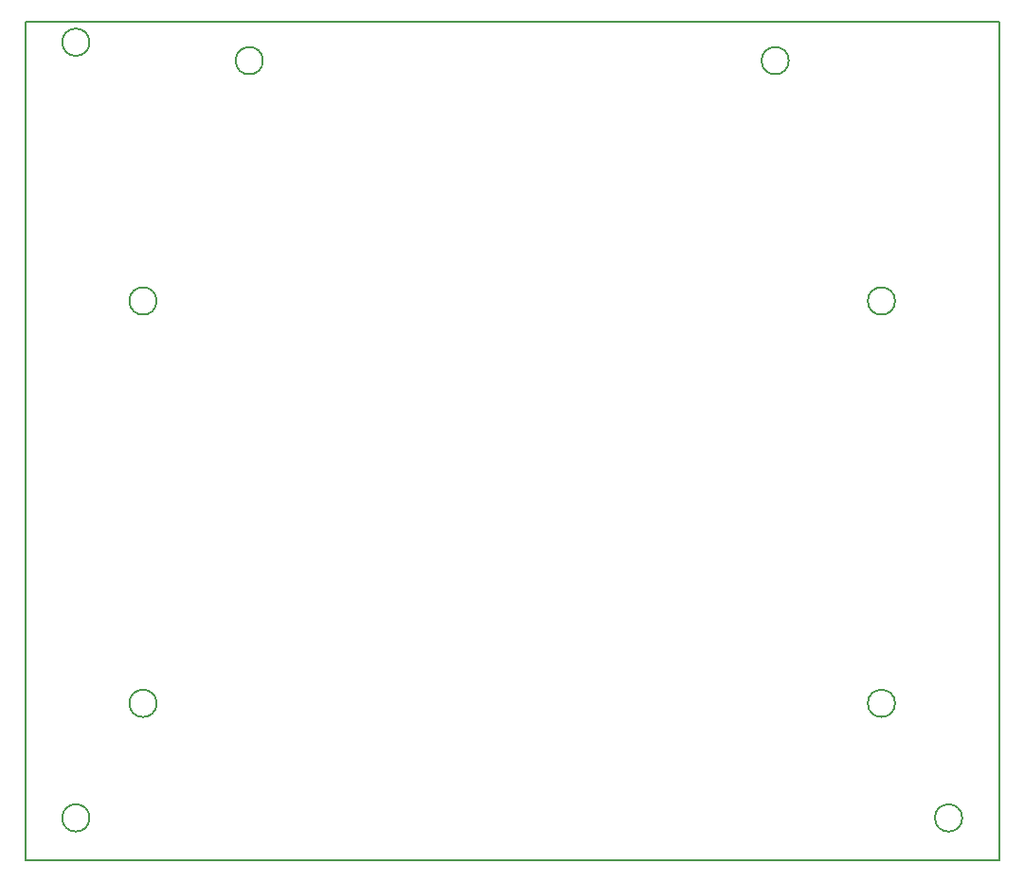
<source format=gbr>
%TF.GenerationSoftware,KiCad,Pcbnew,(5.1.10)-1*%
%TF.CreationDate,2022-12-02T20:43:51-06:00*%
%TF.ProjectId,expansion_board,65787061-6e73-4696-9f6e-5f626f617264,rev?*%
%TF.SameCoordinates,Original*%
%TF.FileFunction,Profile,NP*%
%FSLAX46Y46*%
G04 Gerber Fmt 4.6, Leading zero omitted, Abs format (unit mm)*
G04 Created by KiCad (PCBNEW (5.1.10)-1) date 2022-12-02 20:43:51*
%MOMM*%
%LPD*%
G01*
G04 APERTURE LIST*
%TA.AperFunction,Profile*%
%ADD10C,0.200000*%
%TD*%
G04 APERTURE END LIST*
D10*
X203037600Y-137026799D02*
X203037600Y-62026800D01*
X203037600Y-62026800D02*
X116037200Y-62026800D01*
X184256399Y-65526800D02*
G75*
G03*
X184256399Y-65526800I-1219199J0D01*
G01*
X199757200Y-133275877D02*
G75*
G03*
X199757200Y-133275877I-1220000J0D01*
G01*
X137256400Y-65526800D02*
G75*
G03*
X137256400Y-65526800I-1219200J0D01*
G01*
X116037200Y-137026799D02*
X203037200Y-137026799D01*
X193756400Y-123026799D02*
G75*
G03*
X193756400Y-123026799I-1219200J0D01*
G01*
X127756400Y-123026799D02*
G75*
G03*
X127756400Y-123026799I-1219200J0D01*
G01*
X127756400Y-87026800D02*
G75*
G03*
X127756400Y-87026800I-1219200J0D01*
G01*
X193756400Y-87026800D02*
G75*
G03*
X193756400Y-87026800I-1219200J0D01*
G01*
X121757200Y-133275877D02*
G75*
G03*
X121757200Y-133275877I-1220000J0D01*
G01*
X121756400Y-63876800D02*
G75*
G03*
X121756400Y-63876800I-1219200J0D01*
G01*
X116037200Y-62026800D02*
X116037200Y-137026799D01*
M02*

</source>
